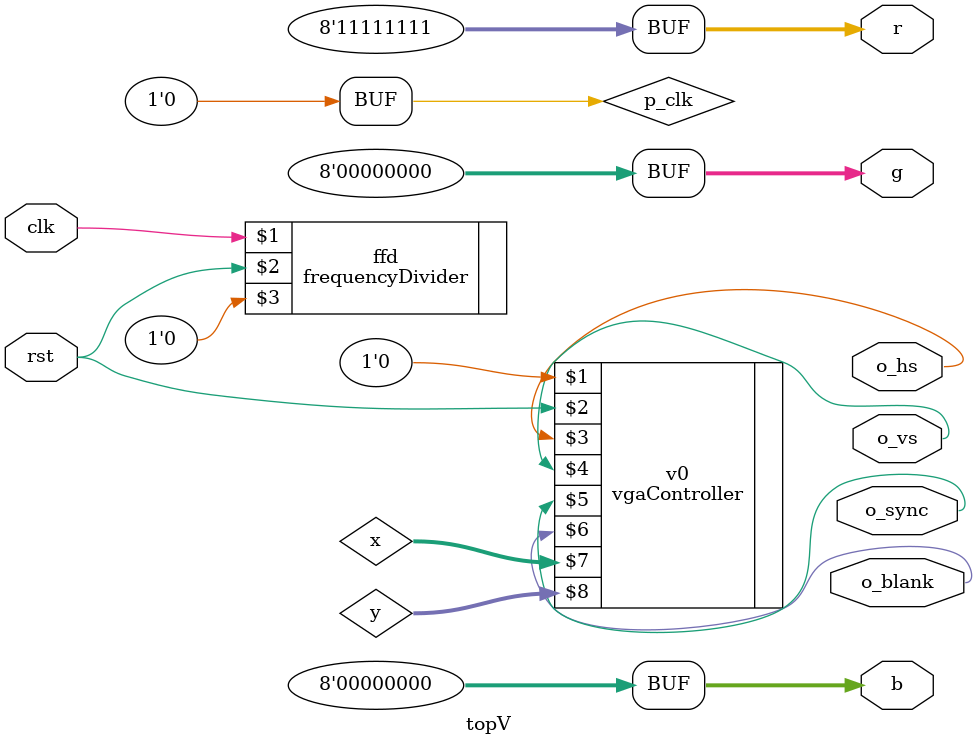
<source format=sv>
module topV (
    input logic clk, rst,
    output logic[7:0] r, g, b,
	 output logic o_hs, o_vs, o_sync, o_blank);
	 
	 logic [9:0] x, y;
	 logic p_clk = 0;
	 
	 frequencyDivider ffd(clk, rst, p_clk);
	 
	 vgaController v0(p_clk, rst, o_hs, o_vs, o_sync, o_blank, x, y);
	 
	 assign r = 8'd255;
	 assign g = 8'd0;
	 assign b = 8'd0;
	 
endmodule


</source>
